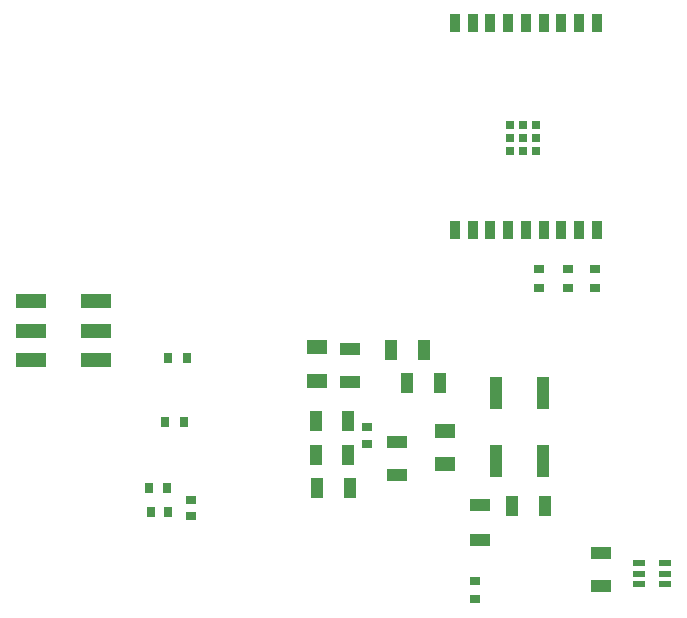
<source format=gtp>
G04*
G04 #@! TF.GenerationSoftware,Altium Limited,Altium Designer,22.6.1 (34)*
G04*
G04 Layer_Color=8421504*
%FSLAX25Y25*%
%MOIN*%
G70*
G04*
G04 #@! TF.SameCoordinates,DDC90878-0471-41C9-9F99-EECD3968BD0F*
G04*
G04*
G04 #@! TF.FilePolarity,Positive*
G04*
G01*
G75*
%ADD14R,0.03543X0.05906*%
%ADD15R,0.02756X0.02756*%
%ADD16R,0.09843X0.04724*%
%ADD17R,0.02874X0.03701*%
%ADD18R,0.07165X0.04213*%
%ADD19R,0.04063X0.02449*%
%ADD20R,0.04063X0.01968*%
%ADD21R,0.03543X0.02756*%
%ADD22R,0.03740X0.03150*%
%ADD23R,0.03150X0.03740*%
%ADD24R,0.04213X0.07165*%
%ADD25R,0.03937X0.10827*%
%ADD26R,0.07111X0.05136*%
%ADD27R,0.03701X0.02874*%
%ADD28R,0.06890X0.03937*%
%ADD29R,0.02756X0.03543*%
D14*
X326202Y461559D02*
D03*
X320296D02*
D03*
X314391D02*
D03*
X308485D02*
D03*
X302580D02*
D03*
X296674D02*
D03*
X290769D02*
D03*
X284863D02*
D03*
X278958D02*
D03*
Y392661D02*
D03*
X284863D02*
D03*
X290769D02*
D03*
X296674D02*
D03*
X302580D02*
D03*
X308485D02*
D03*
X314391D02*
D03*
X320296D02*
D03*
X326202D02*
D03*
D15*
X301792Y423331D02*
D03*
Y419000D02*
D03*
X306123D02*
D03*
Y423331D02*
D03*
Y427661D02*
D03*
X301792D02*
D03*
X297462D02*
D03*
Y423331D02*
D03*
Y419000D02*
D03*
D16*
X159327Y349158D02*
D03*
Y359000D02*
D03*
Y368843D02*
D03*
X137673D02*
D03*
Y359000D02*
D03*
Y349158D02*
D03*
D17*
X177705Y298500D02*
D03*
X183295D02*
D03*
D18*
X327500Y274000D02*
D03*
Y284866D02*
D03*
X244000Y342067D02*
D03*
Y352933D02*
D03*
X259500Y321933D02*
D03*
Y311067D02*
D03*
D19*
X348850Y281480D02*
D03*
Y274520D02*
D03*
X340150D02*
D03*
Y281480D02*
D03*
D20*
X348850Y278000D02*
D03*
X340150D02*
D03*
D21*
X285500Y275500D02*
D03*
Y269595D02*
D03*
D22*
X316500Y379650D02*
D03*
Y373350D02*
D03*
X325500Y379650D02*
D03*
Y373350D02*
D03*
X307000Y379650D02*
D03*
Y373350D02*
D03*
D23*
X183350Y350000D02*
D03*
X189650D02*
D03*
X182350Y328500D02*
D03*
X188650D02*
D03*
D24*
X268500Y352500D02*
D03*
X257634D02*
D03*
X273933Y341500D02*
D03*
X263067D02*
D03*
X243433Y329000D02*
D03*
X232567D02*
D03*
X243933Y306500D02*
D03*
X233067D02*
D03*
X243433Y317500D02*
D03*
X232567D02*
D03*
X308933Y300500D02*
D03*
X298067D02*
D03*
D25*
X308374Y338319D02*
D03*
Y315681D02*
D03*
X292626Y338319D02*
D03*
Y315681D02*
D03*
D26*
X233000Y353500D02*
D03*
Y342470D02*
D03*
X275547Y325785D02*
D03*
Y314756D02*
D03*
D27*
X249750Y327028D02*
D03*
Y321437D02*
D03*
X191000Y297205D02*
D03*
Y302795D02*
D03*
D28*
X287194Y300863D02*
D03*
Y289446D02*
D03*
D29*
X177047Y306500D02*
D03*
X182953D02*
D03*
M02*

</source>
